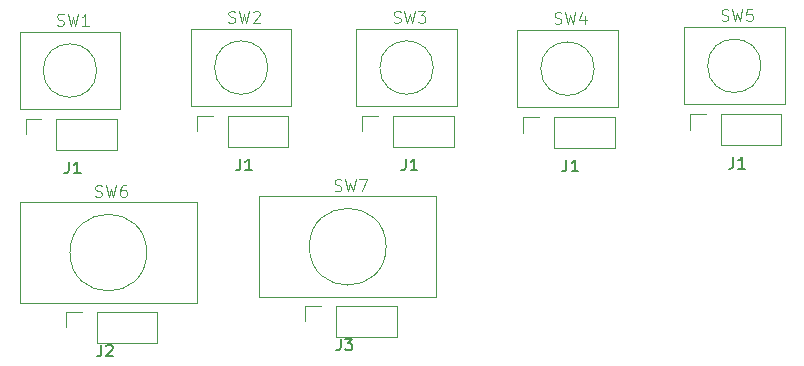
<source format=gbr>
%TF.GenerationSoftware,KiCad,Pcbnew,8.0.4*%
%TF.CreationDate,2024-09-12T20:09:12-05:00*%
%TF.ProjectId,PCBS 22,50434253-2032-4322-9e6b-696361645f70,rev?*%
%TF.SameCoordinates,Original*%
%TF.FileFunction,Legend,Top*%
%TF.FilePolarity,Positive*%
%FSLAX46Y46*%
G04 Gerber Fmt 4.6, Leading zero omitted, Abs format (unit mm)*
G04 Created by KiCad (PCBNEW 8.0.4) date 2024-09-12 20:09:12*
%MOMM*%
%LPD*%
G01*
G04 APERTURE LIST*
%ADD10C,0.100000*%
%ADD11C,0.150000*%
%ADD12C,0.120000*%
G04 APERTURE END LIST*
D10*
X100666667Y-71409800D02*
X100809524Y-71457419D01*
X100809524Y-71457419D02*
X101047619Y-71457419D01*
X101047619Y-71457419D02*
X101142857Y-71409800D01*
X101142857Y-71409800D02*
X101190476Y-71362180D01*
X101190476Y-71362180D02*
X101238095Y-71266942D01*
X101238095Y-71266942D02*
X101238095Y-71171704D01*
X101238095Y-71171704D02*
X101190476Y-71076466D01*
X101190476Y-71076466D02*
X101142857Y-71028847D01*
X101142857Y-71028847D02*
X101047619Y-70981228D01*
X101047619Y-70981228D02*
X100857143Y-70933609D01*
X100857143Y-70933609D02*
X100761905Y-70885990D01*
X100761905Y-70885990D02*
X100714286Y-70838371D01*
X100714286Y-70838371D02*
X100666667Y-70743133D01*
X100666667Y-70743133D02*
X100666667Y-70647895D01*
X100666667Y-70647895D02*
X100714286Y-70552657D01*
X100714286Y-70552657D02*
X100761905Y-70505038D01*
X100761905Y-70505038D02*
X100857143Y-70457419D01*
X100857143Y-70457419D02*
X101095238Y-70457419D01*
X101095238Y-70457419D02*
X101238095Y-70505038D01*
X101571429Y-70457419D02*
X101809524Y-71457419D01*
X101809524Y-71457419D02*
X102000000Y-70743133D01*
X102000000Y-70743133D02*
X102190476Y-71457419D01*
X102190476Y-71457419D02*
X102428572Y-70457419D01*
X103333333Y-71457419D02*
X102761905Y-71457419D01*
X103047619Y-71457419D02*
X103047619Y-70457419D01*
X103047619Y-70457419D02*
X102952381Y-70600276D01*
X102952381Y-70600276D02*
X102857143Y-70695514D01*
X102857143Y-70695514D02*
X102761905Y-70743133D01*
D11*
X130166666Y-82704819D02*
X130166666Y-83419104D01*
X130166666Y-83419104D02*
X130119047Y-83561961D01*
X130119047Y-83561961D02*
X130023809Y-83657200D01*
X130023809Y-83657200D02*
X129880952Y-83704819D01*
X129880952Y-83704819D02*
X129785714Y-83704819D01*
X131166666Y-83704819D02*
X130595238Y-83704819D01*
X130880952Y-83704819D02*
X130880952Y-82704819D01*
X130880952Y-82704819D02*
X130785714Y-82847676D01*
X130785714Y-82847676D02*
X130690476Y-82942914D01*
X130690476Y-82942914D02*
X130595238Y-82990533D01*
D10*
X156916667Y-71009800D02*
X157059524Y-71057419D01*
X157059524Y-71057419D02*
X157297619Y-71057419D01*
X157297619Y-71057419D02*
X157392857Y-71009800D01*
X157392857Y-71009800D02*
X157440476Y-70962180D01*
X157440476Y-70962180D02*
X157488095Y-70866942D01*
X157488095Y-70866942D02*
X157488095Y-70771704D01*
X157488095Y-70771704D02*
X157440476Y-70676466D01*
X157440476Y-70676466D02*
X157392857Y-70628847D01*
X157392857Y-70628847D02*
X157297619Y-70581228D01*
X157297619Y-70581228D02*
X157107143Y-70533609D01*
X157107143Y-70533609D02*
X157011905Y-70485990D01*
X157011905Y-70485990D02*
X156964286Y-70438371D01*
X156964286Y-70438371D02*
X156916667Y-70343133D01*
X156916667Y-70343133D02*
X156916667Y-70247895D01*
X156916667Y-70247895D02*
X156964286Y-70152657D01*
X156964286Y-70152657D02*
X157011905Y-70105038D01*
X157011905Y-70105038D02*
X157107143Y-70057419D01*
X157107143Y-70057419D02*
X157345238Y-70057419D01*
X157345238Y-70057419D02*
X157488095Y-70105038D01*
X157821429Y-70057419D02*
X158059524Y-71057419D01*
X158059524Y-71057419D02*
X158250000Y-70343133D01*
X158250000Y-70343133D02*
X158440476Y-71057419D01*
X158440476Y-71057419D02*
X158678572Y-70057419D01*
X159535714Y-70057419D02*
X159059524Y-70057419D01*
X159059524Y-70057419D02*
X159011905Y-70533609D01*
X159011905Y-70533609D02*
X159059524Y-70485990D01*
X159059524Y-70485990D02*
X159154762Y-70438371D01*
X159154762Y-70438371D02*
X159392857Y-70438371D01*
X159392857Y-70438371D02*
X159488095Y-70485990D01*
X159488095Y-70485990D02*
X159535714Y-70533609D01*
X159535714Y-70533609D02*
X159583333Y-70628847D01*
X159583333Y-70628847D02*
X159583333Y-70866942D01*
X159583333Y-70866942D02*
X159535714Y-70962180D01*
X159535714Y-70962180D02*
X159488095Y-71009800D01*
X159488095Y-71009800D02*
X159392857Y-71057419D01*
X159392857Y-71057419D02*
X159154762Y-71057419D01*
X159154762Y-71057419D02*
X159059524Y-71009800D01*
X159059524Y-71009800D02*
X159011905Y-70962180D01*
X115166667Y-71159800D02*
X115309524Y-71207419D01*
X115309524Y-71207419D02*
X115547619Y-71207419D01*
X115547619Y-71207419D02*
X115642857Y-71159800D01*
X115642857Y-71159800D02*
X115690476Y-71112180D01*
X115690476Y-71112180D02*
X115738095Y-71016942D01*
X115738095Y-71016942D02*
X115738095Y-70921704D01*
X115738095Y-70921704D02*
X115690476Y-70826466D01*
X115690476Y-70826466D02*
X115642857Y-70778847D01*
X115642857Y-70778847D02*
X115547619Y-70731228D01*
X115547619Y-70731228D02*
X115357143Y-70683609D01*
X115357143Y-70683609D02*
X115261905Y-70635990D01*
X115261905Y-70635990D02*
X115214286Y-70588371D01*
X115214286Y-70588371D02*
X115166667Y-70493133D01*
X115166667Y-70493133D02*
X115166667Y-70397895D01*
X115166667Y-70397895D02*
X115214286Y-70302657D01*
X115214286Y-70302657D02*
X115261905Y-70255038D01*
X115261905Y-70255038D02*
X115357143Y-70207419D01*
X115357143Y-70207419D02*
X115595238Y-70207419D01*
X115595238Y-70207419D02*
X115738095Y-70255038D01*
X116071429Y-70207419D02*
X116309524Y-71207419D01*
X116309524Y-71207419D02*
X116500000Y-70493133D01*
X116500000Y-70493133D02*
X116690476Y-71207419D01*
X116690476Y-71207419D02*
X116928572Y-70207419D01*
X117261905Y-70302657D02*
X117309524Y-70255038D01*
X117309524Y-70255038D02*
X117404762Y-70207419D01*
X117404762Y-70207419D02*
X117642857Y-70207419D01*
X117642857Y-70207419D02*
X117738095Y-70255038D01*
X117738095Y-70255038D02*
X117785714Y-70302657D01*
X117785714Y-70302657D02*
X117833333Y-70397895D01*
X117833333Y-70397895D02*
X117833333Y-70493133D01*
X117833333Y-70493133D02*
X117785714Y-70635990D01*
X117785714Y-70635990D02*
X117214286Y-71207419D01*
X117214286Y-71207419D02*
X117833333Y-71207419D01*
X103896338Y-85909800D02*
X104039195Y-85957419D01*
X104039195Y-85957419D02*
X104277290Y-85957419D01*
X104277290Y-85957419D02*
X104372528Y-85909800D01*
X104372528Y-85909800D02*
X104420147Y-85862180D01*
X104420147Y-85862180D02*
X104467766Y-85766942D01*
X104467766Y-85766942D02*
X104467766Y-85671704D01*
X104467766Y-85671704D02*
X104420147Y-85576466D01*
X104420147Y-85576466D02*
X104372528Y-85528847D01*
X104372528Y-85528847D02*
X104277290Y-85481228D01*
X104277290Y-85481228D02*
X104086814Y-85433609D01*
X104086814Y-85433609D02*
X103991576Y-85385990D01*
X103991576Y-85385990D02*
X103943957Y-85338371D01*
X103943957Y-85338371D02*
X103896338Y-85243133D01*
X103896338Y-85243133D02*
X103896338Y-85147895D01*
X103896338Y-85147895D02*
X103943957Y-85052657D01*
X103943957Y-85052657D02*
X103991576Y-85005038D01*
X103991576Y-85005038D02*
X104086814Y-84957419D01*
X104086814Y-84957419D02*
X104324909Y-84957419D01*
X104324909Y-84957419D02*
X104467766Y-85005038D01*
X104801100Y-84957419D02*
X105039195Y-85957419D01*
X105039195Y-85957419D02*
X105229671Y-85243133D01*
X105229671Y-85243133D02*
X105420147Y-85957419D01*
X105420147Y-85957419D02*
X105658243Y-84957419D01*
X106467766Y-84957419D02*
X106277290Y-84957419D01*
X106277290Y-84957419D02*
X106182052Y-85005038D01*
X106182052Y-85005038D02*
X106134433Y-85052657D01*
X106134433Y-85052657D02*
X106039195Y-85195514D01*
X106039195Y-85195514D02*
X105991576Y-85385990D01*
X105991576Y-85385990D02*
X105991576Y-85766942D01*
X105991576Y-85766942D02*
X106039195Y-85862180D01*
X106039195Y-85862180D02*
X106086814Y-85909800D01*
X106086814Y-85909800D02*
X106182052Y-85957419D01*
X106182052Y-85957419D02*
X106372528Y-85957419D01*
X106372528Y-85957419D02*
X106467766Y-85909800D01*
X106467766Y-85909800D02*
X106515385Y-85862180D01*
X106515385Y-85862180D02*
X106563004Y-85766942D01*
X106563004Y-85766942D02*
X106563004Y-85528847D01*
X106563004Y-85528847D02*
X106515385Y-85433609D01*
X106515385Y-85433609D02*
X106467766Y-85385990D01*
X106467766Y-85385990D02*
X106372528Y-85338371D01*
X106372528Y-85338371D02*
X106182052Y-85338371D01*
X106182052Y-85338371D02*
X106086814Y-85385990D01*
X106086814Y-85385990D02*
X106039195Y-85433609D01*
X106039195Y-85433609D02*
X105991576Y-85528847D01*
D11*
X101666666Y-82954819D02*
X101666666Y-83669104D01*
X101666666Y-83669104D02*
X101619047Y-83811961D01*
X101619047Y-83811961D02*
X101523809Y-83907200D01*
X101523809Y-83907200D02*
X101380952Y-83954819D01*
X101380952Y-83954819D02*
X101285714Y-83954819D01*
X102666666Y-83954819D02*
X102095238Y-83954819D01*
X102380952Y-83954819D02*
X102380952Y-82954819D01*
X102380952Y-82954819D02*
X102285714Y-83097676D01*
X102285714Y-83097676D02*
X102190476Y-83192914D01*
X102190476Y-83192914D02*
X102095238Y-83240533D01*
D10*
X124166667Y-85409800D02*
X124309524Y-85457419D01*
X124309524Y-85457419D02*
X124547619Y-85457419D01*
X124547619Y-85457419D02*
X124642857Y-85409800D01*
X124642857Y-85409800D02*
X124690476Y-85362180D01*
X124690476Y-85362180D02*
X124738095Y-85266942D01*
X124738095Y-85266942D02*
X124738095Y-85171704D01*
X124738095Y-85171704D02*
X124690476Y-85076466D01*
X124690476Y-85076466D02*
X124642857Y-85028847D01*
X124642857Y-85028847D02*
X124547619Y-84981228D01*
X124547619Y-84981228D02*
X124357143Y-84933609D01*
X124357143Y-84933609D02*
X124261905Y-84885990D01*
X124261905Y-84885990D02*
X124214286Y-84838371D01*
X124214286Y-84838371D02*
X124166667Y-84743133D01*
X124166667Y-84743133D02*
X124166667Y-84647895D01*
X124166667Y-84647895D02*
X124214286Y-84552657D01*
X124214286Y-84552657D02*
X124261905Y-84505038D01*
X124261905Y-84505038D02*
X124357143Y-84457419D01*
X124357143Y-84457419D02*
X124595238Y-84457419D01*
X124595238Y-84457419D02*
X124738095Y-84505038D01*
X125071429Y-84457419D02*
X125309524Y-85457419D01*
X125309524Y-85457419D02*
X125500000Y-84743133D01*
X125500000Y-84743133D02*
X125690476Y-85457419D01*
X125690476Y-85457419D02*
X125928572Y-84457419D01*
X126214286Y-84457419D02*
X126880952Y-84457419D01*
X126880952Y-84457419D02*
X126452381Y-85457419D01*
X142791667Y-71254800D02*
X142934524Y-71302419D01*
X142934524Y-71302419D02*
X143172619Y-71302419D01*
X143172619Y-71302419D02*
X143267857Y-71254800D01*
X143267857Y-71254800D02*
X143315476Y-71207180D01*
X143315476Y-71207180D02*
X143363095Y-71111942D01*
X143363095Y-71111942D02*
X143363095Y-71016704D01*
X143363095Y-71016704D02*
X143315476Y-70921466D01*
X143315476Y-70921466D02*
X143267857Y-70873847D01*
X143267857Y-70873847D02*
X143172619Y-70826228D01*
X143172619Y-70826228D02*
X142982143Y-70778609D01*
X142982143Y-70778609D02*
X142886905Y-70730990D01*
X142886905Y-70730990D02*
X142839286Y-70683371D01*
X142839286Y-70683371D02*
X142791667Y-70588133D01*
X142791667Y-70588133D02*
X142791667Y-70492895D01*
X142791667Y-70492895D02*
X142839286Y-70397657D01*
X142839286Y-70397657D02*
X142886905Y-70350038D01*
X142886905Y-70350038D02*
X142982143Y-70302419D01*
X142982143Y-70302419D02*
X143220238Y-70302419D01*
X143220238Y-70302419D02*
X143363095Y-70350038D01*
X143696429Y-70302419D02*
X143934524Y-71302419D01*
X143934524Y-71302419D02*
X144125000Y-70588133D01*
X144125000Y-70588133D02*
X144315476Y-71302419D01*
X144315476Y-71302419D02*
X144553572Y-70302419D01*
X145363095Y-70635752D02*
X145363095Y-71302419D01*
X145125000Y-70254800D02*
X144886905Y-70969085D01*
X144886905Y-70969085D02*
X145505952Y-70969085D01*
X129166667Y-71159800D02*
X129309524Y-71207419D01*
X129309524Y-71207419D02*
X129547619Y-71207419D01*
X129547619Y-71207419D02*
X129642857Y-71159800D01*
X129642857Y-71159800D02*
X129690476Y-71112180D01*
X129690476Y-71112180D02*
X129738095Y-71016942D01*
X129738095Y-71016942D02*
X129738095Y-70921704D01*
X129738095Y-70921704D02*
X129690476Y-70826466D01*
X129690476Y-70826466D02*
X129642857Y-70778847D01*
X129642857Y-70778847D02*
X129547619Y-70731228D01*
X129547619Y-70731228D02*
X129357143Y-70683609D01*
X129357143Y-70683609D02*
X129261905Y-70635990D01*
X129261905Y-70635990D02*
X129214286Y-70588371D01*
X129214286Y-70588371D02*
X129166667Y-70493133D01*
X129166667Y-70493133D02*
X129166667Y-70397895D01*
X129166667Y-70397895D02*
X129214286Y-70302657D01*
X129214286Y-70302657D02*
X129261905Y-70255038D01*
X129261905Y-70255038D02*
X129357143Y-70207419D01*
X129357143Y-70207419D02*
X129595238Y-70207419D01*
X129595238Y-70207419D02*
X129738095Y-70255038D01*
X130071429Y-70207419D02*
X130309524Y-71207419D01*
X130309524Y-71207419D02*
X130500000Y-70493133D01*
X130500000Y-70493133D02*
X130690476Y-71207419D01*
X130690476Y-71207419D02*
X130928572Y-70207419D01*
X131214286Y-70207419D02*
X131833333Y-70207419D01*
X131833333Y-70207419D02*
X131500000Y-70588371D01*
X131500000Y-70588371D02*
X131642857Y-70588371D01*
X131642857Y-70588371D02*
X131738095Y-70635990D01*
X131738095Y-70635990D02*
X131785714Y-70683609D01*
X131785714Y-70683609D02*
X131833333Y-70778847D01*
X131833333Y-70778847D02*
X131833333Y-71016942D01*
X131833333Y-71016942D02*
X131785714Y-71112180D01*
X131785714Y-71112180D02*
X131738095Y-71159800D01*
X131738095Y-71159800D02*
X131642857Y-71207419D01*
X131642857Y-71207419D02*
X131357143Y-71207419D01*
X131357143Y-71207419D02*
X131261905Y-71159800D01*
X131261905Y-71159800D02*
X131214286Y-71112180D01*
D11*
X104396337Y-98454819D02*
X104396337Y-99169104D01*
X104396337Y-99169104D02*
X104348718Y-99311961D01*
X104348718Y-99311961D02*
X104253480Y-99407200D01*
X104253480Y-99407200D02*
X104110623Y-99454819D01*
X104110623Y-99454819D02*
X104015385Y-99454819D01*
X104824909Y-98550057D02*
X104872528Y-98502438D01*
X104872528Y-98502438D02*
X104967766Y-98454819D01*
X104967766Y-98454819D02*
X105205861Y-98454819D01*
X105205861Y-98454819D02*
X105301099Y-98502438D01*
X105301099Y-98502438D02*
X105348718Y-98550057D01*
X105348718Y-98550057D02*
X105396337Y-98645295D01*
X105396337Y-98645295D02*
X105396337Y-98740533D01*
X105396337Y-98740533D02*
X105348718Y-98883390D01*
X105348718Y-98883390D02*
X104777290Y-99454819D01*
X104777290Y-99454819D02*
X105396337Y-99454819D01*
X157916666Y-82554819D02*
X157916666Y-83269104D01*
X157916666Y-83269104D02*
X157869047Y-83411961D01*
X157869047Y-83411961D02*
X157773809Y-83507200D01*
X157773809Y-83507200D02*
X157630952Y-83554819D01*
X157630952Y-83554819D02*
X157535714Y-83554819D01*
X158916666Y-83554819D02*
X158345238Y-83554819D01*
X158630952Y-83554819D02*
X158630952Y-82554819D01*
X158630952Y-82554819D02*
X158535714Y-82697676D01*
X158535714Y-82697676D02*
X158440476Y-82792914D01*
X158440476Y-82792914D02*
X158345238Y-82840533D01*
X143791666Y-82799819D02*
X143791666Y-83514104D01*
X143791666Y-83514104D02*
X143744047Y-83656961D01*
X143744047Y-83656961D02*
X143648809Y-83752200D01*
X143648809Y-83752200D02*
X143505952Y-83799819D01*
X143505952Y-83799819D02*
X143410714Y-83799819D01*
X144791666Y-83799819D02*
X144220238Y-83799819D01*
X144505952Y-83799819D02*
X144505952Y-82799819D01*
X144505952Y-82799819D02*
X144410714Y-82942676D01*
X144410714Y-82942676D02*
X144315476Y-83037914D01*
X144315476Y-83037914D02*
X144220238Y-83085533D01*
X124666666Y-97954819D02*
X124666666Y-98669104D01*
X124666666Y-98669104D02*
X124619047Y-98811961D01*
X124619047Y-98811961D02*
X124523809Y-98907200D01*
X124523809Y-98907200D02*
X124380952Y-98954819D01*
X124380952Y-98954819D02*
X124285714Y-98954819D01*
X125047619Y-97954819D02*
X125666666Y-97954819D01*
X125666666Y-97954819D02*
X125333333Y-98335771D01*
X125333333Y-98335771D02*
X125476190Y-98335771D01*
X125476190Y-98335771D02*
X125571428Y-98383390D01*
X125571428Y-98383390D02*
X125619047Y-98431009D01*
X125619047Y-98431009D02*
X125666666Y-98526247D01*
X125666666Y-98526247D02*
X125666666Y-98764342D01*
X125666666Y-98764342D02*
X125619047Y-98859580D01*
X125619047Y-98859580D02*
X125571428Y-98907200D01*
X125571428Y-98907200D02*
X125476190Y-98954819D01*
X125476190Y-98954819D02*
X125190476Y-98954819D01*
X125190476Y-98954819D02*
X125095238Y-98907200D01*
X125095238Y-98907200D02*
X125047619Y-98859580D01*
X116166666Y-82704819D02*
X116166666Y-83419104D01*
X116166666Y-83419104D02*
X116119047Y-83561961D01*
X116119047Y-83561961D02*
X116023809Y-83657200D01*
X116023809Y-83657200D02*
X115880952Y-83704819D01*
X115880952Y-83704819D02*
X115785714Y-83704819D01*
X117166666Y-83704819D02*
X116595238Y-83704819D01*
X116880952Y-83704819D02*
X116880952Y-82704819D01*
X116880952Y-82704819D02*
X116785714Y-82847676D01*
X116785714Y-82847676D02*
X116690476Y-82942914D01*
X116690476Y-82942914D02*
X116595238Y-82990533D01*
%TO.C,SW1*%
D10*
X97500000Y-72000000D02*
X106000000Y-72000000D01*
X106000000Y-78500000D01*
X97500000Y-78500000D01*
X97500000Y-72000000D01*
X104013846Y-75250000D02*
G75*
G02*
X99486154Y-75250000I-2263846J0D01*
G01*
X99486154Y-75250000D02*
G75*
G02*
X104013846Y-75250000I2263846J0D01*
G01*
D12*
%TO.C,J1*%
X126505000Y-79075000D02*
X127835000Y-79075000D01*
X126505000Y-80405000D02*
X126505000Y-79075000D01*
X129105000Y-79075000D02*
X134245000Y-79075000D01*
X129105000Y-81735000D02*
X129105000Y-79075000D01*
X129105000Y-81735000D02*
X134245000Y-81735000D01*
X134245000Y-81735000D02*
X134245000Y-79075000D01*
%TO.C,SW5*%
D10*
X153750000Y-71600000D02*
X162250000Y-71600000D01*
X162250000Y-78100000D01*
X153750000Y-78100000D01*
X153750000Y-71600000D01*
X160263846Y-74850000D02*
G75*
G02*
X155736154Y-74850000I-2263846J0D01*
G01*
X155736154Y-74850000D02*
G75*
G02*
X160263846Y-74850000I2263846J0D01*
G01*
%TO.C,SW2*%
X112000000Y-71750000D02*
X120500000Y-71750000D01*
X120500000Y-78250000D01*
X112000000Y-78250000D01*
X112000000Y-71750000D01*
X118513846Y-75000000D02*
G75*
G02*
X113986154Y-75000000I-2263846J0D01*
G01*
X113986154Y-75000000D02*
G75*
G02*
X118513846Y-75000000I2263846J0D01*
G01*
%TO.C,SW6*%
X97500000Y-86417465D02*
X112500000Y-86417465D01*
X112500000Y-94917465D01*
X97500000Y-94917465D01*
X97500000Y-86417465D01*
X108250000Y-90667465D02*
G75*
G02*
X101750000Y-90667465I-3250000J0D01*
G01*
X101750000Y-90667465D02*
G75*
G02*
X108250000Y-90667465I3250000J0D01*
G01*
D12*
%TO.C,J1*%
X98005000Y-79325000D02*
X99335000Y-79325000D01*
X98005000Y-80655000D02*
X98005000Y-79325000D01*
X100605000Y-79325000D02*
X105745000Y-79325000D01*
X100605000Y-81985000D02*
X100605000Y-79325000D01*
X100605000Y-81985000D02*
X105745000Y-81985000D01*
X105745000Y-81985000D02*
X105745000Y-79325000D01*
%TO.C,SW7*%
D10*
X117770329Y-85917465D02*
X132770329Y-85917465D01*
X132770329Y-94417465D01*
X117770329Y-94417465D01*
X117770329Y-85917465D01*
X128520329Y-90167465D02*
G75*
G02*
X122020329Y-90167465I-3250000J0D01*
G01*
X122020329Y-90167465D02*
G75*
G02*
X128520329Y-90167465I3250000J0D01*
G01*
%TO.C,SW4*%
X139625000Y-71845000D02*
X148125000Y-71845000D01*
X148125000Y-78345000D01*
X139625000Y-78345000D01*
X139625000Y-71845000D01*
X146138846Y-75095000D02*
G75*
G02*
X141611154Y-75095000I-2263846J0D01*
G01*
X141611154Y-75095000D02*
G75*
G02*
X146138846Y-75095000I2263846J0D01*
G01*
%TO.C,SW3*%
X126000000Y-71750000D02*
X134500000Y-71750000D01*
X134500000Y-78250000D01*
X126000000Y-78250000D01*
X126000000Y-71750000D01*
X132513846Y-75000000D02*
G75*
G02*
X127986154Y-75000000I-2263846J0D01*
G01*
X127986154Y-75000000D02*
G75*
G02*
X132513846Y-75000000I2263846J0D01*
G01*
D12*
%TO.C,J2*%
X101399671Y-95670000D02*
X102729671Y-95670000D01*
X101399671Y-97000000D02*
X101399671Y-95670000D01*
X103999671Y-95670000D02*
X109139671Y-95670000D01*
X103999671Y-98330000D02*
X103999671Y-95670000D01*
X103999671Y-98330000D02*
X109139671Y-98330000D01*
X109139671Y-98330000D02*
X109139671Y-95670000D01*
%TO.C,J1*%
X154255000Y-78925000D02*
X155585000Y-78925000D01*
X154255000Y-80255000D02*
X154255000Y-78925000D01*
X156855000Y-78925000D02*
X161995000Y-78925000D01*
X156855000Y-81585000D02*
X156855000Y-78925000D01*
X156855000Y-81585000D02*
X161995000Y-81585000D01*
X161995000Y-81585000D02*
X161995000Y-78925000D01*
X140130000Y-79170000D02*
X141460000Y-79170000D01*
X140130000Y-80500000D02*
X140130000Y-79170000D01*
X142730000Y-79170000D02*
X147870000Y-79170000D01*
X142730000Y-81830000D02*
X142730000Y-79170000D01*
X142730000Y-81830000D02*
X147870000Y-81830000D01*
X147870000Y-81830000D02*
X147870000Y-79170000D01*
%TO.C,J3*%
X121670000Y-95170000D02*
X123000000Y-95170000D01*
X121670000Y-96500000D02*
X121670000Y-95170000D01*
X124270000Y-95170000D02*
X129410000Y-95170000D01*
X124270000Y-97830000D02*
X124270000Y-95170000D01*
X124270000Y-97830000D02*
X129410000Y-97830000D01*
X129410000Y-97830000D02*
X129410000Y-95170000D01*
%TO.C,J1*%
X112505000Y-79075000D02*
X113835000Y-79075000D01*
X112505000Y-80405000D02*
X112505000Y-79075000D01*
X115105000Y-79075000D02*
X120245000Y-79075000D01*
X115105000Y-81735000D02*
X115105000Y-79075000D01*
X115105000Y-81735000D02*
X120245000Y-81735000D01*
X120245000Y-81735000D02*
X120245000Y-79075000D01*
%TD*%
M02*

</source>
